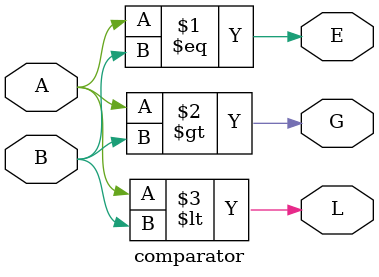
<source format=v>
module comparator(A,B,E,G,L);
input A,B;
output E,G,L;
assign E=(A==B);
assign G=(A>B);
assign L=(A<B);
endmodule

</source>
